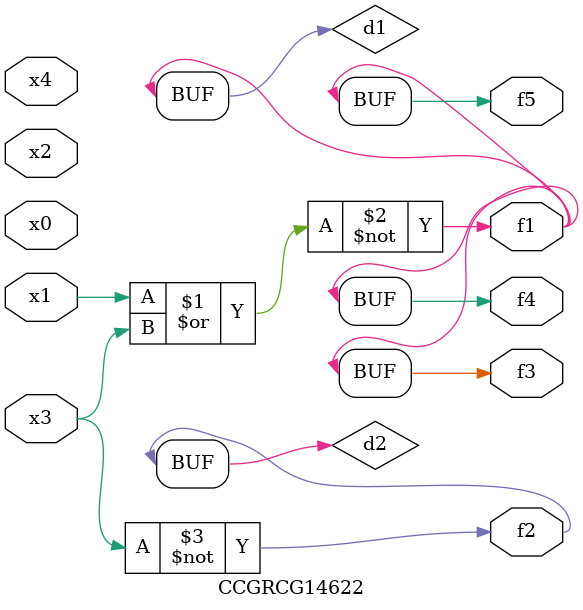
<source format=v>
module CCGRCG14622(
	input x0, x1, x2, x3, x4,
	output f1, f2, f3, f4, f5
);

	wire d1, d2;

	nor (d1, x1, x3);
	not (d2, x3);
	assign f1 = d1;
	assign f2 = d2;
	assign f3 = d1;
	assign f4 = d1;
	assign f5 = d1;
endmodule

</source>
